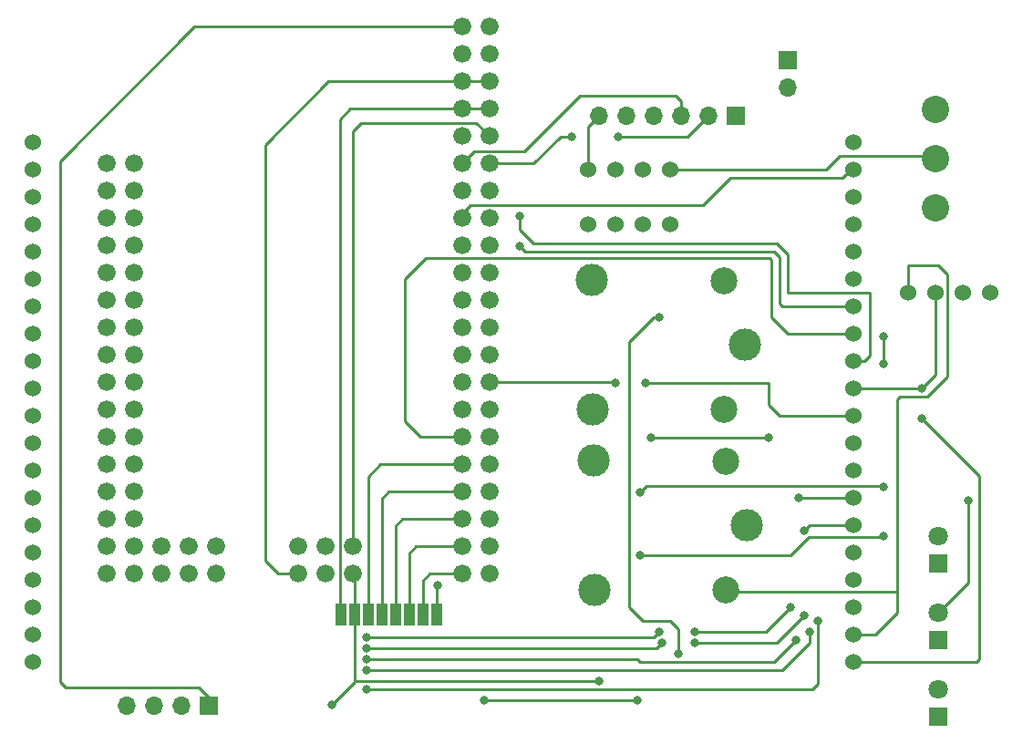
<source format=gbr>
%TF.GenerationSoftware,KiCad,Pcbnew,(6.0.0)*%
%TF.CreationDate,2022-04-01T08:55:31-04:00*%
%TF.ProjectId,Thermostat_Mega,54686572-6d6f-4737-9461-745f4d656761,rev?*%
%TF.SameCoordinates,Original*%
%TF.FileFunction,Copper,L2,Bot*%
%TF.FilePolarity,Positive*%
%FSLAX46Y46*%
G04 Gerber Fmt 4.6, Leading zero omitted, Abs format (unit mm)*
G04 Created by KiCad (PCBNEW (6.0.0)) date 2022-04-01 08:55:31*
%MOMM*%
%LPD*%
G01*
G04 APERTURE LIST*
%TA.AperFunction,ComponentPad*%
%ADD10C,2.500000*%
%TD*%
%TA.AperFunction,ComponentPad*%
%ADD11C,3.000000*%
%TD*%
%TA.AperFunction,ComponentPad*%
%ADD12C,1.524000*%
%TD*%
%TA.AperFunction,ComponentPad*%
%ADD13C,2.540000*%
%TD*%
%TA.AperFunction,ComponentPad*%
%ADD14R,1.800000X1.800000*%
%TD*%
%TA.AperFunction,ComponentPad*%
%ADD15C,1.800000*%
%TD*%
%TA.AperFunction,ComponentPad*%
%ADD16R,1.700000X1.700000*%
%TD*%
%TA.AperFunction,ComponentPad*%
%ADD17O,1.700000X1.700000*%
%TD*%
%TA.AperFunction,ComponentPad*%
%ADD18C,1.676400*%
%TD*%
%TA.AperFunction,SMDPad,CuDef*%
%ADD19R,1.000000X2.000000*%
%TD*%
%TA.AperFunction,ViaPad*%
%ADD20C,0.800000*%
%TD*%
%TA.AperFunction,Conductor*%
%ADD21C,0.250000*%
%TD*%
G04 APERTURE END LIST*
D10*
%TO.P,K1,5*%
%TO.N,Net-(D1-Pad2)*%
X158188000Y-49676000D03*
D11*
%TO.P,K1,4*%
%TO.N,unconnected-(K1-Pad4)*%
X145938000Y-49626000D03*
%TO.P,K1,3*%
%TO.N,Net-(D3-Pad2)*%
X145988000Y-61676000D03*
D10*
%TO.P,K1,2*%
%TO.N,Net-(D1-Pad1)*%
X158188000Y-61676000D03*
D11*
%TO.P,K1,1*%
%TO.N,+24V*%
X160138000Y-55626000D03*
%TD*%
%TO.P,K2,1*%
%TO.N,Net-(D3-Pad2)*%
X160274000Y-72390000D03*
D10*
%TO.P,K2,2*%
%TO.N,Net-(D1-Pad1)*%
X158324000Y-78440000D03*
D11*
%TO.P,K2,3*%
%TO.N,Net-(D4-Pad2)*%
X146124000Y-78440000D03*
%TO.P,K2,4*%
%TO.N,Net-(D2-Pad2)*%
X146074000Y-66390000D03*
D10*
%TO.P,K2,5*%
%TO.N,Net-(D5-Pad2)*%
X158324000Y-66440000D03*
%TD*%
D12*
%TO.P,J2,1,___Card_Detect*%
%TO.N,unconnected-(J2-Pad1)*%
X170180000Y-36830000D03*
%TO.P,J2,2,___Card_CS*%
%TO.N,Net-(J2-Pad2)*%
X170180000Y-39370000D03*
%TO.P,J2,3,___IM0*%
%TO.N,unconnected-(J2-Pad3)*%
X170180000Y-41910000D03*
%TO.P,J2,4,___IM1*%
%TO.N,unconnected-(J2-Pad4)*%
X170180000Y-44450000D03*
%TO.P,J2,5,___IM2*%
%TO.N,unconnected-(J2-Pad5)*%
X170180000Y-46990000D03*
%TO.P,J2,6,___IM3*%
%TO.N,unconnected-(J2-Pad6)*%
X170180000Y-49530000D03*
%TO.P,J2,7,___SCL*%
%TO.N,Net-(J2-Pad7)*%
X170180000Y-52070000D03*
%TO.P,J2,8,___SDA*%
%TO.N,Net-(J2-Pad8)*%
X170180000Y-54610000D03*
%TO.P,J2,9,___IRQ*%
%TO.N,Net-(J2-Pad9)*%
X170180000Y-57150000D03*
%TO.P,J2,10,___GND*%
%TO.N,GND*%
X170180000Y-59690000D03*
%TO.P,J2,11,___Light*%
%TO.N,Net-(J2-Pad11)*%
X170180000Y-62230000D03*
%TO.P,J2,12,___RST*%
%TO.N,Net-(C1-Pad2)*%
X170180000Y-64770000D03*
%TO.P,J2,13,___CE/DC*%
%TO.N,Net-(J2-Pad13)*%
X170180000Y-67310000D03*
%TO.P,J2,14,___CS*%
%TO.N,Net-(J2-Pad14)*%
X170180000Y-69850000D03*
%TO.P,J2,15,___MOSI*%
%TO.N,Net-(J2-Pad15)*%
X170180000Y-72390000D03*
%TO.P,J2,16,___MISO*%
%TO.N,Net-(J2-Pad16)*%
X170180000Y-74930000D03*
%TO.P,J2,17,___CLK*%
%TO.N,Net-(J2-Pad17)*%
X170180000Y-77470000D03*
%TO.P,J2,18,___3.3_V*%
%TO.N,unconnected-(J2-Pad18)*%
X170180000Y-80010000D03*
%TO.P,J2,19,___Vin*%
%TO.N,Net-(D1-Pad1)*%
X170180000Y-82550000D03*
%TO.P,J2,20,___GND*%
%TO.N,GND*%
X170180000Y-85090000D03*
%TO.P,J2,21,GND__*%
%TO.N,unconnected-(J2-Pad21)*%
X93980000Y-85090000D03*
%TO.P,J2,22,Vin__*%
%TO.N,unconnected-(J2-Pad22)*%
X93980000Y-82550000D03*
%TO.P,J2,23,CS__*%
%TO.N,unconnected-(J2-Pad23)*%
X93980000Y-80010000D03*
%TO.P,J2,24,CE/DC__*%
%TO.N,unconnected-(J2-Pad24)*%
X93980000Y-77470000D03*
%TO.P,J2,25,WR__*%
%TO.N,unconnected-(J2-Pad25)*%
X93980000Y-74930000D03*
%TO.P,J2,26,RO__*%
%TO.N,unconnected-(J2-Pad26)*%
X93980000Y-72390000D03*
%TO.P,J2,27,RST__*%
%TO.N,unconnected-(J2-Pad27)*%
X93980000Y-69850000D03*
%TO.P,J2,28,Light__*%
%TO.N,unconnected-(J2-Pad28)*%
X93980000Y-67310000D03*
%TO.P,J2,29,IRQ__*%
%TO.N,unconnected-(J2-Pad29)*%
X93980000Y-64770000D03*
%TO.P,J2,30,SCL__*%
%TO.N,unconnected-(J2-Pad30)*%
X93980000Y-62230000D03*
%TO.P,J2,31,SDA__*%
%TO.N,unconnected-(J2-Pad31)*%
X93980000Y-59690000D03*
%TO.P,J2,32,GND__*%
%TO.N,unconnected-(J2-Pad32)*%
X93980000Y-57150000D03*
%TO.P,J2,33,D0__*%
%TO.N,unconnected-(J2-Pad33)*%
X93980000Y-54610000D03*
%TO.P,J2,34,D1__*%
%TO.N,unconnected-(J2-Pad34)*%
X93980000Y-52070000D03*
%TO.P,J2,35,D2__*%
%TO.N,unconnected-(J2-Pad35)*%
X93980000Y-49530000D03*
%TO.P,J2,36,D3__*%
%TO.N,unconnected-(J2-Pad36)*%
X93980000Y-46990000D03*
%TO.P,J2,37,D4__*%
%TO.N,unconnected-(J2-Pad37)*%
X93980000Y-44450000D03*
%TO.P,J2,38,D5__*%
%TO.N,unconnected-(J2-Pad38)*%
X93980000Y-41910000D03*
%TO.P,J2,39,D6__*%
%TO.N,unconnected-(J2-Pad39)*%
X93980000Y-39370000D03*
%TO.P,J2,40,D7__*%
%TO.N,unconnected-(J2-Pad40)*%
X93980000Y-36830000D03*
%TD*%
D13*
%TO.P,SW1,1,A*%
%TO.N,unconnected-(SW1-Pad1)*%
X177800000Y-42926000D03*
%TO.P,SW1,2,B*%
%TO.N,Net-(J1-Pad4)*%
X177800000Y-38354000D03*
%TO.P,SW1,3,C*%
%TO.N,+24V*%
X177800000Y-33782000D03*
%TD*%
D14*
%TO.P,D3,1,K*%
%TO.N,Net-(D3-Pad1)*%
X178054000Y-90170000D03*
D15*
%TO.P,D3,2,A*%
%TO.N,Net-(D3-Pad2)*%
X178054000Y-87630000D03*
%TD*%
D14*
%TO.P,D4,1,K*%
%TO.N,Net-(D4-Pad1)*%
X178054000Y-75946000D03*
D15*
%TO.P,D4,2,A*%
%TO.N,Net-(D4-Pad2)*%
X178054000Y-73406000D03*
%TD*%
D12*
%TO.P,J1,1,Common:_C_____*%
%TO.N,GND*%
X145542000Y-44450000D03*
X145542000Y-39370000D03*
%TO.P,J1,2,Heat:_E/W_____*%
%TO.N,Net-(D4-Pad2)*%
X148082000Y-39370000D03*
X148082000Y-44450000D03*
%TO.P,J1,3,AC:_Y_____*%
%TO.N,Net-(D2-Pad2)*%
X150622000Y-39370000D03*
X150622000Y-44450000D03*
%TO.P,J1,4,+24V:_R_____*%
%TO.N,Net-(J1-Pad4)*%
X153162000Y-39370000D03*
X153162000Y-44450000D03*
%TD*%
D14*
%TO.P,D2,1,K*%
%TO.N,Net-(D2-Pad1)*%
X178054000Y-83058000D03*
D15*
%TO.P,D2,2,A*%
%TO.N,Net-(D2-Pad2)*%
X178054000Y-80518000D03*
%TD*%
D16*
%TO.P,JP1: Jump to power Arduino from Serial Port,1,A*%
%TO.N,Net-(D1-Pad1)*%
X164084000Y-29205000D03*
D17*
%TO.P,JP1: Jump to power Arduino from Serial Port,2,B*%
%TO.N,Net-(111-Pad4)*%
X164084000Y-31745000D03*
%TD*%
D12*
%TO.P,U1,1,IN*%
%TO.N,+24V*%
X180372000Y-50768000D03*
%TO.P,U1,2,GND*%
%TO.N,GND*%
X177832000Y-50768000D03*
%TO.P,U1,3,OUT*%
%TO.N,Net-(D1-Pad1)*%
X175292000Y-50768000D03*
%TO.P,U1,4*%
%TO.N,N/C*%
X182912000Y-50768000D03*
%TD*%
D16*
%TO.P,<-- Serial Port,1,___DTR*%
%TO.N,Net-(111-Pad1)*%
X159258000Y-34372000D03*
D17*
%TO.P,<-- Serial Port,2,___RX*%
%TO.N,Net-(111-Pad2)*%
X156718000Y-34372000D03*
%TO.P,<-- Serial Port,3,___TX*%
%TO.N,Net-(111-Pad3)*%
X154178000Y-34372000D03*
%TO.P,<-- Serial Port,4,___VCC*%
%TO.N,Net-(111-Pad4)*%
X151638000Y-34372000D03*
%TO.P,<-- Serial Port,5,___CTS*%
%TO.N,unconnected-(111-Pad5)*%
X149098000Y-34372000D03*
%TO.P,<-- Serial Port,6,___GND*%
%TO.N,GND*%
X146558000Y-34372000D03*
%TD*%
D18*
%TO.P,U3,3V3_1,3V3*%
%TO.N,Net-(U2-Pad2)*%
X136398000Y-33728000D03*
%TO.P,U3,3V3_2,3V3*%
X133858000Y-33728000D03*
%TO.P,U3,5V_1,5V*%
%TO.N,Net-(U3-Pad5V_1)*%
X136398000Y-31188000D03*
%TO.P,U3,5V_2,5V*%
X133858000Y-31188000D03*
%TO.P,U3,5V_3,5V*%
X118618000Y-76908000D03*
%TO.P,U3,A0,A0*%
%TO.N,unconnected-(U3-PadA0)*%
X100838000Y-38808000D03*
%TO.P,U3,A1,A1*%
%TO.N,unconnected-(U3-PadA1)*%
X103378000Y-38808000D03*
%TO.P,U3,A2,A2*%
%TO.N,unconnected-(U3-PadA2)*%
X100838000Y-41348000D03*
%TO.P,U3,A3,A3*%
%TO.N,unconnected-(U3-PadA3)*%
X103378000Y-41348000D03*
%TO.P,U3,A4,A4*%
%TO.N,unconnected-(U3-PadA4)*%
X100838000Y-43888000D03*
%TO.P,U3,A5,A5*%
%TO.N,unconnected-(U3-PadA5)*%
X103378000Y-43888000D03*
%TO.P,U3,A6,A6*%
%TO.N,unconnected-(U3-PadA6)*%
X100838000Y-46428000D03*
%TO.P,U3,A7,A7*%
%TO.N,unconnected-(U3-PadA7)*%
X103378000Y-46428000D03*
%TO.P,U3,A8,A8*%
%TO.N,unconnected-(U3-PadA8)*%
X100838000Y-48968000D03*
%TO.P,U3,A9,A9*%
%TO.N,unconnected-(U3-PadA9)*%
X103378000Y-48968000D03*
%TO.P,U3,A10,A10*%
%TO.N,unconnected-(U3-PadA10)*%
X100838000Y-51508000D03*
%TO.P,U3,A11,A11*%
%TO.N,unconnected-(U3-PadA11)*%
X103378000Y-51508000D03*
%TO.P,U3,A12,A12*%
%TO.N,Net-(R4-Pad2)*%
X100838000Y-54048000D03*
%TO.P,U3,A13,A13*%
%TO.N,unconnected-(U3-PadA13)*%
X103378000Y-54048000D03*
%TO.P,U3,A14,A14*%
%TO.N,Net-(R1-Pad2)*%
X100838000Y-56588000D03*
%TO.P,U3,A15,A15*%
%TO.N,unconnected-(U3-PadA15)*%
X103378000Y-56588000D03*
%TO.P,U3,AREF,AREF*%
%TO.N,unconnected-(U3-PadAREF)*%
X133858000Y-36268000D03*
%TO.P,U3,D2,D2*%
%TO.N,Net-(U2-Pad8)*%
X133858000Y-41348000D03*
%TO.P,U3,D3,D3*%
%TO.N,Net-(J2-Pad9)*%
X136398000Y-41348000D03*
%TO.P,U3,D4,D4*%
%TO.N,Net-(J2-Pad2)*%
X133858000Y-43888000D03*
%TO.P,U3,D5,D5*%
%TO.N,unconnected-(U3-PadD5)*%
X136398000Y-43888000D03*
%TO.P,U3,D6,D6*%
%TO.N,unconnected-(U3-PadD6)*%
X133858000Y-46428000D03*
%TO.P,U3,D7,D7*%
%TO.N,unconnected-(U3-PadD7)*%
X136398000Y-46428000D03*
%TO.P,U3,D8,D8*%
%TO.N,unconnected-(U3-PadD8)*%
X133858000Y-48968000D03*
%TO.P,U3,D9,D9*%
%TO.N,unconnected-(U3-PadD9)*%
X136398000Y-48968000D03*
%TO.P,U3,D10,D10*%
%TO.N,unconnected-(U3-PadD10)*%
X133858000Y-51508000D03*
%TO.P,U3,D11,D11*%
%TO.N,unconnected-(U3-PadD11)*%
X136398000Y-51508000D03*
%TO.P,U3,D12,D12*%
%TO.N,unconnected-(U3-PadD12)*%
X133858000Y-54048000D03*
%TO.P,U3,D13,D13*%
%TO.N,unconnected-(U3-PadD13)*%
X136398000Y-54048000D03*
%TO.P,U3,D14,D14*%
%TO.N,unconnected-(U3-PadD14)*%
X133858000Y-56588000D03*
%TO.P,U3,D15,D15*%
%TO.N,unconnected-(U3-PadD15)*%
X136398000Y-56588000D03*
%TO.P,U3,D16,D16*%
%TO.N,unconnected-(U3-PadD16)*%
X133858000Y-59128000D03*
%TO.P,U3,D17,D17*%
%TO.N,Net-(J2-Pad11)*%
X136398000Y-59128000D03*
%TO.P,U3,D18,D18*%
%TO.N,unconnected-(U3-PadD18)*%
X133858000Y-61668000D03*
%TO.P,U3,D19,D19*%
%TO.N,unconnected-(U3-PadD19)*%
X136398000Y-61668000D03*
%TO.P,U3,D20,D20*%
%TO.N,Net-(J2-Pad8)*%
X133858000Y-64208000D03*
%TO.P,U3,D21,D21*%
%TO.N,Net-(J2-Pad7)*%
X136398000Y-64208000D03*
%TO.P,U3,D22,D22*%
%TO.N,Net-(U2-Pad3)*%
X133858000Y-66748000D03*
%TO.P,U3,D23,D23*%
%TO.N,unconnected-(U3-PadD23)*%
X136398000Y-66748000D03*
%TO.P,U3,D24,D24*%
%TO.N,Net-(U2-Pad4)*%
X133858000Y-69288000D03*
%TO.P,U3,D25,D25*%
%TO.N,unconnected-(U3-PadD25)*%
X136398000Y-69288000D03*
%TO.P,U3,D26,D26*%
%TO.N,Net-(U2-Pad5)*%
X133858000Y-71828000D03*
%TO.P,U3,D27,D27*%
%TO.N,unconnected-(U3-PadD27)*%
X136398000Y-71828000D03*
%TO.P,U3,D28,D28*%
%TO.N,Net-(U2-Pad6)*%
X133858000Y-74368000D03*
%TO.P,U3,D29,D29*%
%TO.N,Net-(R6-Pad2)*%
X136398000Y-74368000D03*
%TO.P,U3,D30,D30*%
%TO.N,Net-(U2-Pad7)*%
X133858000Y-76908000D03*
%TO.P,U3,D31,D31*%
%TO.N,Net-(R7-Pad2)*%
X136398000Y-76908000D03*
%TO.P,U3,D32,D32*%
%TO.N,unconnected-(U3-PadD32)*%
X100838000Y-59128000D03*
%TO.P,U3,D33,D33*%
%TO.N,unconnected-(U3-PadD33)*%
X103378000Y-59128000D03*
%TO.P,U3,D34,D34*%
%TO.N,unconnected-(U3-PadD34)*%
X100838000Y-61668000D03*
%TO.P,U3,D35,D35*%
%TO.N,unconnected-(U3-PadD35)*%
X103378000Y-61668000D03*
%TO.P,U3,D36,D36*%
%TO.N,unconnected-(U3-PadD36)*%
X100838000Y-64208000D03*
%TO.P,U3,D37,D37*%
%TO.N,unconnected-(U3-PadD37)*%
X103378000Y-64208000D03*
%TO.P,U3,D38,D38*%
%TO.N,unconnected-(U3-PadD38)*%
X100838000Y-66748000D03*
%TO.P,U3,D39,D39*%
%TO.N,unconnected-(U3-PadD39)*%
X103378000Y-66748000D03*
%TO.P,U3,D40,D40*%
%TO.N,unconnected-(U3-PadD40)*%
X100838000Y-69288000D03*
%TO.P,U3,D41,D41*%
%TO.N,unconnected-(U3-PadD41)*%
X103378000Y-69288000D03*
%TO.P,U3,D42,D42*%
%TO.N,unconnected-(U3-PadD42)*%
X100838000Y-71828000D03*
%TO.P,U3,D43,D43*%
%TO.N,unconnected-(U3-PadD43)*%
X103378000Y-71828000D03*
%TO.P,U3,D44,D44*%
%TO.N,unconnected-(U3-PadD44)*%
X100838000Y-74368000D03*
%TO.P,U3,D45,D45*%
%TO.N,unconnected-(U3-PadD45)*%
X103378000Y-74368000D03*
%TO.P,U3,D46,D46*%
%TO.N,Net-(U3-PadD46)*%
X100838000Y-76908000D03*
%TO.P,U3,D47,D47*%
%TO.N,unconnected-(U3-PadD47)*%
X103378000Y-76908000D03*
%TO.P,U3,D48,D48*%
%TO.N,unconnected-(U3-PadD48)*%
X105918000Y-76908000D03*
%TO.P,U3,D49,D49*%
%TO.N,Net-(J2-Pad13)*%
X105918000Y-74368000D03*
%TO.P,U3,D50,D50*%
%TO.N,Net-(J2-Pad16)*%
X108458000Y-76908000D03*
%TO.P,U3,D51,D51*%
%TO.N,Net-(J2-Pad15)*%
X108458000Y-74368000D03*
%TO.P,U3,D52,D52*%
%TO.N,Net-(J2-Pad17)*%
X110998000Y-76908000D03*
%TO.P,U3,D53,D53*%
%TO.N,Net-(J2-Pad14)*%
X110998000Y-74368000D03*
%TO.P,U3,GND_1,GND*%
%TO.N,GND*%
X136398000Y-28648000D03*
%TO.P,U3,GND_2,GND*%
X133858000Y-28648000D03*
%TO.P,U3,GND_3,GND*%
X123698000Y-76908000D03*
%TO.P,U3,MISO,MISO*%
%TO.N,unconnected-(U3-PadMISO)*%
X118618000Y-74368000D03*
%TO.P,U3,MOSI,MOSI*%
%TO.N,unconnected-(U3-PadMOSI)*%
X121158000Y-76908000D03*
%TO.P,U3,RESET,RESET*%
%TO.N,Net-(C1-Pad2)*%
X123698000Y-74368000D03*
%TO.P,U3,RST,RST*%
X136398000Y-36268000D03*
%TO.P,U3,RX,RX*%
%TO.N,Net-(111-Pad3)*%
X133858000Y-38808000D03*
%TO.P,U3,SCK,SCK*%
%TO.N,unconnected-(U3-PadSCK)*%
X121158000Y-74368000D03*
%TO.P,U3,TX,TX*%
%TO.N,Net-(111-Pad2)*%
X136398000Y-38808000D03*
%TO.P,U3,VIN_1,VIN*%
%TO.N,Net-(D1-Pad1)*%
X136398000Y-26108000D03*
%TO.P,U3,VIN_2,VIN*%
X133858000Y-26108000D03*
%TD*%
D16*
%TO.P,U4,1,VCC*%
%TO.N,Net-(D1-Pad1)*%
X110352200Y-89199000D03*
D17*
%TO.P,U4,2,IO*%
%TO.N,Net-(U3-PadD46)*%
X107812200Y-89199000D03*
%TO.P,U4,3,NC*%
%TO.N,unconnected-(U4-Pad3)*%
X105272200Y-89199000D03*
%TO.P,U4,4,GND*%
%TO.N,GND*%
X102732200Y-89199000D03*
%TD*%
D19*
%TO.P,U2,1,GND*%
%TO.N,GND*%
X123870000Y-80708000D03*
%TO.P,U2,2,VCC*%
%TO.N,Net-(U2-Pad2)*%
X122600000Y-80708000D03*
%TO.P,U2,3,CE*%
%TO.N,Net-(U2-Pad3)*%
X125140000Y-80708000D03*
%TO.P,U2,4,CSN*%
%TO.N,Net-(U2-Pad4)*%
X126410000Y-80708000D03*
%TO.P,U2,5,SCK*%
%TO.N,Net-(U2-Pad5)*%
X127680000Y-80708000D03*
%TO.P,U2,6,MOSI*%
%TO.N,Net-(U2-Pad6)*%
X128950000Y-80708000D03*
%TO.P,U2,7,MISO*%
%TO.N,Net-(U2-Pad7)*%
X130220000Y-80708000D03*
%TO.P,U2,8,IRQ*%
%TO.N,Net-(U2-Pad8)*%
X131490000Y-80708000D03*
%TD*%
D20*
%TO.N,GND*%
X146558000Y-86868000D03*
X121748000Y-89072000D03*
X176530000Y-62484000D03*
X176530000Y-59690000D03*
%TO.N,Net-(C1-Pad2)*%
X150114000Y-88646000D03*
X135890000Y-88646000D03*
X172974000Y-57404000D03*
X172974000Y-54864000D03*
%TO.N,Net-(D1-Pad2)*%
X153924000Y-84328000D03*
X152146000Y-53086000D03*
%TO.N,Net-(D2-Pad2)*%
X180848000Y-70104000D03*
X150368000Y-69342000D03*
X172974000Y-68834000D03*
%TO.N,Net-(D3-Pad2)*%
X151384000Y-64262000D03*
X162306000Y-64262000D03*
%TO.N,Net-(D4-Pad2)*%
X150368000Y-75184000D03*
X172974000Y-73406000D03*
%TO.N,Net-(J2-Pad7)*%
X139192000Y-46482000D03*
%TO.N,Net-(J2-Pad9)*%
X139192000Y-43688000D03*
%TO.N,Net-(J2-Pad11)*%
X150876000Y-59182000D03*
X148082000Y-59182000D03*
%TO.N,Net-(J2-Pad13)*%
X124968000Y-87630000D03*
X166878000Y-81280000D03*
%TO.N,Net-(J2-Pad14)*%
X164338000Y-80010000D03*
X165100000Y-69850000D03*
X124968000Y-82804000D03*
X152146000Y-82296000D03*
X155448000Y-82296000D03*
%TO.N,Net-(J2-Pad15)*%
X152400000Y-83312000D03*
X155448000Y-83312000D03*
X165608000Y-80772000D03*
X124968000Y-83820000D03*
X165608000Y-72898000D03*
%TO.N,Net-(J2-Pad16)*%
X124968000Y-85852000D03*
X166116000Y-82296000D03*
%TO.N,Net-(J2-Pad17)*%
X124968000Y-84836000D03*
X164846000Y-83058000D03*
%TO.N,Net-(U2-Pad8)*%
X131572000Y-77978000D03*
%TO.N,Net-(111-Pad2)*%
X148336000Y-36322000D03*
X144018000Y-36322000D03*
%TD*%
D21*
%TO.N,GND*%
X181864000Y-67818000D02*
X176530000Y-62484000D01*
X123870000Y-81216000D02*
X123870000Y-77080000D01*
X176530000Y-59690000D02*
X170180000Y-59690000D01*
X181864000Y-84836000D02*
X181864000Y-67818000D01*
X123870000Y-86950000D02*
X121748000Y-89072000D01*
X170180000Y-85090000D02*
X181610000Y-85090000D01*
X145542000Y-39370000D02*
X145542000Y-35388000D01*
X145542000Y-35388000D02*
X146558000Y-34372000D01*
X177832000Y-58388000D02*
X176530000Y-59690000D01*
X181610000Y-85090000D02*
X181864000Y-84836000D01*
X123870000Y-77080000D02*
X123698000Y-76908000D01*
X146558000Y-86868000D02*
X123952000Y-86868000D01*
X123870000Y-81216000D02*
X123870000Y-86950000D01*
X177832000Y-50768000D02*
X177832000Y-58388000D01*
%TO.N,Net-(C1-Pad2)*%
X123698000Y-35814000D02*
X124460000Y-35052000D01*
X172974000Y-57404000D02*
X172974000Y-54864000D01*
X135890000Y-88646000D02*
X150114000Y-88646000D01*
X123698000Y-74368000D02*
X123698000Y-35814000D01*
X124460000Y-35052000D02*
X135182000Y-35052000D01*
X135182000Y-35052000D02*
X136398000Y-36268000D01*
%TO.N,Net-(D1-Pad1)*%
X178918511Y-49124511D02*
X178086000Y-48292000D01*
X174244000Y-80518000D02*
X174244000Y-78486000D01*
X172212000Y-82550000D02*
X174244000Y-80518000D01*
X157272000Y-61676000D02*
X158188000Y-61676000D01*
X174498000Y-60452000D02*
X177038000Y-60452000D01*
X174244000Y-78486000D02*
X174244000Y-60706000D01*
X158324000Y-78440000D02*
X158440511Y-78556511D01*
X177038000Y-60452000D02*
X178918511Y-58571489D01*
X110352200Y-88355800D02*
X110352200Y-89199000D01*
X174173489Y-78556511D02*
X174244000Y-78486000D01*
X96520000Y-86918800D02*
X97053400Y-87452200D01*
X170180000Y-82550000D02*
X172212000Y-82550000D01*
X109020000Y-26108000D02*
X96520000Y-38608000D01*
X174244000Y-60706000D02*
X174498000Y-60452000D01*
X96520000Y-38608000D02*
X96520000Y-86918800D01*
X133858000Y-26108000D02*
X109020000Y-26108000D01*
X178918511Y-58571489D02*
X178918511Y-49124511D01*
X109448600Y-87452200D02*
X110352200Y-88355800D01*
X178086000Y-48292000D02*
X175292000Y-48292000D01*
X175292000Y-50768000D02*
X175292000Y-48292000D01*
X158440511Y-78556511D02*
X174173489Y-78556511D01*
X97053400Y-87452200D02*
X109448600Y-87452200D01*
%TO.N,Net-(D1-Pad2)*%
X149352000Y-55372000D02*
X151638000Y-53086000D01*
X149352000Y-80010000D02*
X149352000Y-55372000D01*
X151638000Y-53086000D02*
X152146000Y-53086000D01*
X153162000Y-81280000D02*
X150622000Y-81280000D01*
X150622000Y-81280000D02*
X149352000Y-80010000D01*
X153924000Y-84328000D02*
X153924000Y-82042000D01*
X153924000Y-82042000D02*
X153162000Y-81280000D01*
%TO.N,Net-(D2-Pad2)*%
X150946511Y-68763489D02*
X172903489Y-68763489D01*
X150368000Y-69342000D02*
X150946511Y-68763489D01*
X180848000Y-77724000D02*
X178054000Y-80518000D01*
X180848000Y-70104000D02*
X180848000Y-77724000D01*
X172903489Y-68763489D02*
X172974000Y-68834000D01*
%TO.N,Net-(D3-Pad2)*%
X162306000Y-64262000D02*
X151384000Y-64262000D01*
%TO.N,Net-(D4-Pad2)*%
X172974000Y-73406000D02*
X172903489Y-73476511D01*
X166045489Y-73476511D02*
X164338000Y-75184000D01*
X164338000Y-75184000D02*
X150368000Y-75184000D01*
X172903489Y-73476511D02*
X166045489Y-73476511D01*
%TO.N,Net-(J1-Pad4)*%
X167640000Y-39370000D02*
X153162000Y-39370000D01*
X177800000Y-38354000D02*
X177546000Y-38100000D01*
X168910000Y-38100000D02*
X167640000Y-39370000D01*
X177546000Y-38100000D02*
X168910000Y-38100000D01*
%TO.N,Net-(J2-Pad2)*%
X133858000Y-43888000D02*
X133858000Y-43434000D01*
X134620000Y-42672000D02*
X156210000Y-42672000D01*
X156210000Y-42672000D02*
X158750000Y-40132000D01*
X169164000Y-40132000D02*
X169926000Y-39370000D01*
X133858000Y-43434000D02*
X134620000Y-42672000D01*
X169926000Y-39370000D02*
X170180000Y-39370000D01*
X158750000Y-40132000D02*
X169164000Y-40132000D01*
%TO.N,Net-(J2-Pad7)*%
X163576000Y-52070000D02*
X163322000Y-51816000D01*
X170180000Y-52070000D02*
X163576000Y-52070000D01*
X163322000Y-47498000D02*
X162814000Y-46990000D01*
X139700000Y-46990000D02*
X139192000Y-46482000D01*
X162814000Y-46990000D02*
X162052000Y-46990000D01*
X162052000Y-46990000D02*
X139700000Y-46990000D01*
X163322000Y-51816000D02*
X163322000Y-47498000D01*
%TO.N,Net-(J2-Pad8)*%
X130463289Y-47590711D02*
X128524000Y-49530000D01*
X162560000Y-53086000D02*
X162560000Y-47752000D01*
X164084000Y-54610000D02*
X162560000Y-53086000D01*
X162398711Y-47590711D02*
X130463289Y-47590711D01*
X128524000Y-62738000D02*
X129994000Y-64208000D01*
X170180000Y-54610000D02*
X164084000Y-54610000D01*
X162560000Y-47752000D02*
X162398711Y-47590711D01*
X128524000Y-49530000D02*
X128524000Y-62738000D01*
X129994000Y-64208000D02*
X133858000Y-64208000D01*
%TO.N,Net-(J2-Pad9)*%
X171704000Y-56642000D02*
X171704000Y-50800000D01*
X164084000Y-50800000D02*
X164084000Y-47244000D01*
X170180000Y-57150000D02*
X171196000Y-57150000D01*
X164084000Y-47244000D02*
X163068000Y-46228000D01*
X171704000Y-50800000D02*
X164084000Y-50800000D01*
X140462000Y-46228000D02*
X139192000Y-44958000D01*
X139192000Y-44958000D02*
X139192000Y-43688000D01*
X171196000Y-57150000D02*
X171704000Y-56642000D01*
X163068000Y-46228000D02*
X140462000Y-46228000D01*
%TO.N,Net-(J2-Pad11)*%
X148082000Y-59182000D02*
X148028000Y-59128000D01*
X170180000Y-62230000D02*
X163322000Y-62230000D01*
X162306000Y-59182000D02*
X150876000Y-59182000D01*
X148028000Y-59128000D02*
X136398000Y-59128000D01*
X162814000Y-61722000D02*
X162306000Y-61214000D01*
X163322000Y-62230000D02*
X162814000Y-61722000D01*
X162306000Y-61214000D02*
X162306000Y-59182000D01*
%TO.N,Net-(J2-Pad13)*%
X166878000Y-87122000D02*
X166878000Y-81280000D01*
X124968000Y-87630000D02*
X166370000Y-87630000D01*
X166370000Y-87630000D02*
X166878000Y-87122000D01*
%TO.N,Net-(J2-Pad14)*%
X124968000Y-82804000D02*
X151638000Y-82804000D01*
X165100000Y-69850000D02*
X170180000Y-69850000D01*
X151638000Y-82804000D02*
X152146000Y-82296000D01*
X155448000Y-82296000D02*
X162052000Y-82296000D01*
X162052000Y-82296000D02*
X164338000Y-80010000D01*
%TO.N,Net-(J2-Pad15)*%
X151892000Y-83820000D02*
X152400000Y-83312000D01*
X165354000Y-81026000D02*
X165608000Y-80772000D01*
X163068000Y-83312000D02*
X165354000Y-81026000D01*
X165608000Y-72898000D02*
X166116000Y-72390000D01*
X124968000Y-83820000D02*
X151892000Y-83820000D01*
X155448000Y-83312000D02*
X163068000Y-83312000D01*
X166116000Y-72390000D02*
X170180000Y-72390000D01*
%TO.N,Net-(J2-Pad16)*%
X166116000Y-83312000D02*
X166116000Y-82296000D01*
X165862000Y-83566000D02*
X166116000Y-83312000D01*
X124968000Y-85852000D02*
X163576000Y-85852000D01*
X163576000Y-85852000D02*
X165862000Y-83566000D01*
%TO.N,Net-(J2-Pad17)*%
X150359386Y-85090000D02*
X162814000Y-85090000D01*
X124968000Y-84836000D02*
X150105386Y-84836000D01*
X162814000Y-85090000D02*
X164846000Y-83058000D01*
X150105386Y-84836000D02*
X150359386Y-85090000D01*
%TO.N,Net-(U2-Pad2)*%
X122600000Y-81216000D02*
X122535289Y-81151289D01*
X133858000Y-33728000D02*
X136398000Y-33728000D01*
X123498000Y-33728000D02*
X133858000Y-33728000D01*
X122535289Y-81151289D02*
X122535289Y-34690711D01*
X122535289Y-34690711D02*
X123498000Y-33728000D01*
%TO.N,Net-(U2-Pad7)*%
X130220000Y-81216000D02*
X130220000Y-77552000D01*
X130864000Y-76908000D02*
X133858000Y-76908000D01*
X130220000Y-77552000D02*
X130864000Y-76908000D01*
%TO.N,Net-(U2-Pad8)*%
X131490000Y-78060000D02*
X131572000Y-77978000D01*
X131490000Y-81216000D02*
X131490000Y-78060000D01*
%TO.N,Net-(111-Pad2)*%
X144018000Y-36322000D02*
X143002000Y-36322000D01*
X156718000Y-34372000D02*
X154768000Y-36322000D01*
X140516000Y-38808000D02*
X136398000Y-38808000D01*
X154768000Y-36322000D02*
X154686000Y-36322000D01*
X154686000Y-36322000D02*
X148336000Y-36322000D01*
X143002000Y-36322000D02*
X140516000Y-38808000D01*
%TO.N,Net-(111-Pad3)*%
X144780000Y-32512000D02*
X139646711Y-37645289D01*
X135020711Y-37645289D02*
X133858000Y-38808000D01*
X139646711Y-37645289D02*
X135020711Y-37645289D01*
X154178000Y-34372000D02*
X154178000Y-33020000D01*
X153670000Y-32512000D02*
X144780000Y-32512000D01*
X154178000Y-33020000D02*
X153670000Y-32512000D01*
%TO.N,Net-(U2-Pad6)*%
X128950000Y-81216000D02*
X128950000Y-75012000D01*
X128950000Y-75012000D02*
X129594000Y-74368000D01*
X129594000Y-74368000D02*
X133858000Y-74368000D01*
%TO.N,Net-(U2-Pad5)*%
X128324000Y-71828000D02*
X133858000Y-71828000D01*
X127680000Y-72472000D02*
X128324000Y-71828000D01*
X127680000Y-81216000D02*
X127680000Y-72472000D01*
%TO.N,Net-(U2-Pad4)*%
X127054000Y-69288000D02*
X133858000Y-69288000D01*
X126410000Y-81216000D02*
X126410000Y-69932000D01*
X126410000Y-69932000D02*
X127054000Y-69288000D01*
%TO.N,Net-(U2-Pad3)*%
X125140000Y-81216000D02*
X125140000Y-67900000D01*
X126292000Y-66748000D02*
X133858000Y-66748000D01*
X125140000Y-67900000D02*
X126292000Y-66748000D01*
%TO.N,Net-(U3-Pad5V_1)*%
X133858000Y-31188000D02*
X121466000Y-31188000D01*
X121466000Y-31188000D02*
X115570000Y-37084000D01*
X115570000Y-75692000D02*
X116786000Y-76908000D01*
X136398000Y-31188000D02*
X133858000Y-31188000D01*
X115570000Y-37084000D02*
X115570000Y-75692000D01*
X116786000Y-76908000D02*
X118618000Y-76908000D01*
%TD*%
M02*

</source>
